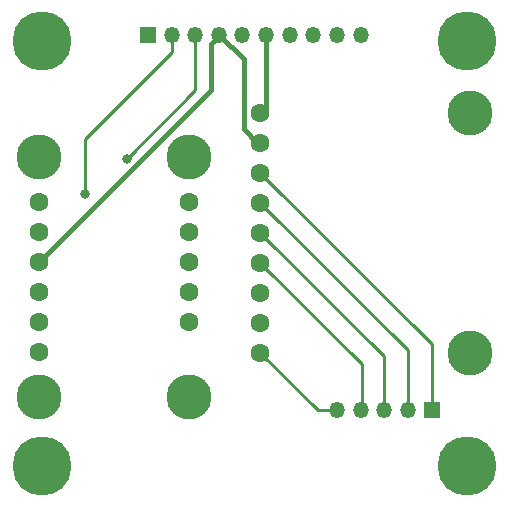
<source format=gbr>
%TF.GenerationSoftware,KiCad,Pcbnew,7.0.10*%
%TF.CreationDate,2024-03-21T17:39:44-04:00*%
%TF.ProjectId,obc-peripherals,6f62632d-7065-4726-9970-686572616c73,rev?*%
%TF.SameCoordinates,Original*%
%TF.FileFunction,Copper,L1,Top*%
%TF.FilePolarity,Positive*%
%FSLAX46Y46*%
G04 Gerber Fmt 4.6, Leading zero omitted, Abs format (unit mm)*
G04 Created by KiCad (PCBNEW 7.0.10) date 2024-03-21 17:39:44*
%MOMM*%
%LPD*%
G01*
G04 APERTURE LIST*
%TA.AperFunction,ComponentPad*%
%ADD10C,5.000000*%
%TD*%
%TA.AperFunction,ComponentPad*%
%ADD11R,1.350000X1.350000*%
%TD*%
%TA.AperFunction,ComponentPad*%
%ADD12O,1.350000X1.350000*%
%TD*%
%TA.AperFunction,ComponentPad*%
%ADD13C,1.600000*%
%TD*%
%TA.AperFunction,ComponentPad*%
%ADD14C,3.810000*%
%TD*%
%TA.AperFunction,ViaPad*%
%ADD15C,0.800000*%
%TD*%
%TA.AperFunction,Conductor*%
%ADD16C,0.400000*%
%TD*%
%TA.AperFunction,Conductor*%
%ADD17C,0.250000*%
%TD*%
G04 APERTURE END LIST*
D10*
%TO.P,H4,1,1*%
%TO.N,unconnected-(H4-Pad1)*%
X136000000Y-89000000D03*
%TD*%
D11*
%TO.P,J2,1,RESET*%
%TO.N,unconnected-(J2-RESET-Pad1)*%
X109000000Y-52500000D03*
D12*
%TO.P,J2,2,SCL0*%
%TO.N,Net-(J2-SCL0)*%
X111000000Y-52500000D03*
%TO.P,J2,3,SDA1*%
%TO.N,Net-(J2-SDA1)*%
X113000000Y-52500000D03*
%TO.P,J2,4,GND*%
%TO.N,Net-(J2-GND)*%
X115000000Y-52500000D03*
%TO.P,J2,5,5V*%
%TO.N,unconnected-(J2-5V-Pad5)*%
X117000000Y-52500000D03*
%TO.P,J2,6,3V3*%
%TO.N,Net-(J2-3V3)*%
X119000000Y-52500000D03*
%TO.P,J2,7,A0_SCL1_RX1*%
%TO.N,unconnected-(J2-A0_SCL1_RX1-Pad7)*%
X121000000Y-52500000D03*
%TO.P,J2,8,A1_SDA1_TX1*%
%TO.N,unconnected-(J2-A1_SDA1_TX1-Pad8)*%
X123000000Y-52500000D03*
%TO.P,J2,9,A2_RX2*%
%TO.N,unconnected-(J2-A2_RX2-Pad9)*%
X125000000Y-52500000D03*
%TO.P,J2,10,A3_TX2*%
%TO.N,unconnected-(J2-A3_TX2-Pad10)*%
X127000000Y-52500000D03*
%TD*%
D11*
%TO.P,J6,1,CLK*%
%TO.N,Net-(J6-CLK)*%
X133020000Y-84250000D03*
D12*
%TO.P,J6,2,SO*%
%TO.N,Net-(J6-SO)*%
X131020000Y-84250000D03*
%TO.P,J6,3,SI*%
%TO.N,Net-(J6-SI)*%
X129020000Y-84250000D03*
%TO.P,J6,4,CS*%
%TO.N,Net-(J6-CS)*%
X127020000Y-84250000D03*
%TO.P,J6,5,DET*%
%TO.N,Net-(J6-DET)*%
X125020000Y-84250000D03*
%TD*%
D10*
%TO.P,H2,1,1*%
%TO.N,unconnected-(H2-Pad1)*%
X100000000Y-53000000D03*
%TD*%
%TO.P,H1,1,1*%
%TO.N,unconnected-(H1-Pad1)*%
X136000000Y-53000000D03*
%TD*%
%TO.P,H3,1,1*%
%TO.N,unconnected-(H3-Pad1)*%
X100040000Y-88950000D03*
%TD*%
D13*
%TO.P,U3,1,3V*%
%TO.N,Net-(J2-3V3)*%
X118520000Y-59050000D03*
%TO.P,U3,2,GND*%
%TO.N,Net-(J2-GND)*%
X118520000Y-61590000D03*
%TO.P,U3,3,CLK*%
%TO.N,Net-(J6-CLK)*%
X118520000Y-64130000D03*
%TO.P,U3,4,SO/DO*%
%TO.N,Net-(J6-SO)*%
X118520000Y-66670000D03*
%TO.P,U3,5,SI/CMD*%
%TO.N,Net-(J6-SI)*%
X118520000Y-69210000D03*
%TO.P,U3,6,CS/D3*%
%TO.N,Net-(J6-CS)*%
X118520000Y-71750000D03*
%TO.P,U3,7,D1*%
%TO.N,unconnected-(U3-D1-Pad7)*%
X118520000Y-74290000D03*
%TO.P,U3,8,DAT2*%
%TO.N,unconnected-(U3-DAT2-Pad8)*%
X118520000Y-76830000D03*
%TO.P,U3,9,DET*%
%TO.N,Net-(J6-DET)*%
X118520000Y-79370000D03*
D14*
%TO.P,U3,MT1*%
%TO.N,N/C*%
X136300000Y-59050000D03*
%TO.P,U3,MT2*%
X136300000Y-79370000D03*
%TD*%
D13*
%TO.P,U1,1,VIN*%
%TO.N,Net-(J2-3V3)*%
X99800000Y-66590000D03*
%TO.P,U1,2,3Vo*%
%TO.N,unconnected-(U1-3Vo-Pad2)*%
X99800000Y-69130000D03*
%TO.P,U1,3,GND*%
%TO.N,Net-(J2-GND)*%
X99800000Y-71670000D03*
%TO.P,U1,4,SCL*%
%TO.N,Net-(J2-SCL0)*%
X99800000Y-74210000D03*
%TO.P,U1,5,SDA*%
%TO.N,Net-(J2-SDA1)*%
X99800000Y-76750000D03*
%TO.P,U1,6,INT2*%
%TO.N,unconnected-(U1-INT2-Pad6)*%
X99800000Y-79290000D03*
%TO.P,U1,7,INT1*%
%TO.N,unconnected-(U1-INT1-Pad7)*%
X112500000Y-66590000D03*
%TO.P,U1,8,INTM*%
%TO.N,unconnected-(U1-INTM-Pad8)*%
X112500000Y-69130000D03*
%TO.P,U1,9,DRDY*%
%TO.N,unconnected-(U1-DRDY-Pad9)*%
X112500000Y-71670000D03*
%TO.P,U1,10,ADM*%
%TO.N,unconnected-(U1-ADM-Pad10)*%
X112500000Y-74210000D03*
%TO.P,U1,11,AGAD*%
%TO.N,unconnected-(U1-AGAD-Pad11)*%
X112500000Y-76750000D03*
D14*
%TO.P,U1,MH1*%
%TO.N,N/C*%
X112500000Y-62780000D03*
%TO.P,U1,MH2*%
X112500000Y-83100000D03*
%TO.P,U1,MH3*%
X99800000Y-83100000D03*
%TO.P,U1,MH4*%
X99800000Y-62780000D03*
%TD*%
D15*
%TO.N,Net-(J2-SCL0)*%
X103700000Y-65950000D03*
%TO.N,Net-(J2-SDA1)*%
X107200000Y-62950000D03*
%TD*%
D16*
%TO.N,Net-(J2-GND)*%
X118240000Y-61590000D02*
X117100000Y-60450000D01*
D17*
X115050000Y-52500000D02*
X115000000Y-52500000D01*
D16*
X118520000Y-61590000D02*
X118240000Y-61590000D01*
X117100000Y-60450000D02*
X117100000Y-54550000D01*
X114300000Y-53200000D02*
X115000000Y-52500000D01*
X99800000Y-71670000D02*
X114200000Y-57270000D01*
X114300000Y-57170000D02*
X114300000Y-53200000D01*
X114200000Y-57270000D02*
X114300000Y-57170000D01*
X118520000Y-61370000D02*
X118520000Y-61590000D01*
X117100000Y-54550000D02*
X115050000Y-52500000D01*
D17*
%TO.N,Net-(J6-DET)*%
X118520000Y-79370000D02*
X123400000Y-84250000D01*
X123400000Y-84250000D02*
X125020000Y-84250000D01*
%TO.N,Net-(J6-CS)*%
X127100000Y-84170000D02*
X127020000Y-84250000D01*
X118520000Y-71750000D02*
X127100000Y-80330000D01*
X127100000Y-80330000D02*
X127100000Y-84170000D01*
%TO.N,Net-(J6-SI)*%
X129000000Y-84230000D02*
X129020000Y-84250000D01*
X118520000Y-69210000D02*
X129000000Y-79690000D01*
X129000000Y-79690000D02*
X129000000Y-84230000D01*
%TO.N,Net-(J6-SO)*%
X131000000Y-84230000D02*
X131020000Y-84250000D01*
X131000000Y-79150000D02*
X131000000Y-84230000D01*
X118520000Y-66670000D02*
X131000000Y-79150000D01*
%TO.N,Net-(J6-CLK)*%
X118520000Y-64130000D02*
X133020000Y-78630000D01*
X133020000Y-78630000D02*
X133020000Y-84250000D01*
%TO.N,Net-(J2-SCL0)*%
X103700000Y-61250000D02*
X103700000Y-65950000D01*
X111000000Y-53950000D02*
X103700000Y-61250000D01*
X111000000Y-52500000D02*
X111000000Y-53950000D01*
%TO.N,Net-(J2-SDA1)*%
X113000000Y-52500000D02*
X113000000Y-57150000D01*
X113000000Y-57150000D02*
X107200000Y-62950000D01*
D16*
%TO.N,Net-(J2-3V3)*%
X119000000Y-52500000D02*
X119000000Y-58570000D01*
X119000000Y-58570000D02*
X118520000Y-59050000D01*
%TD*%
M02*

</source>
